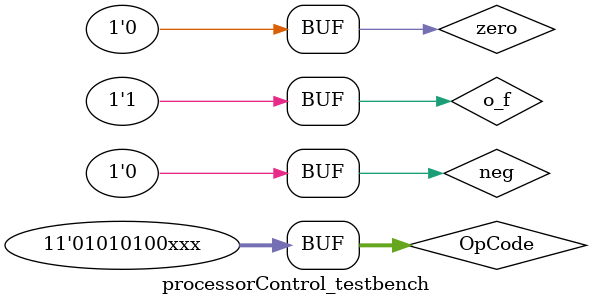
<source format=sv>

`timescale 1ns/10ps


module processorControl (OpCode, Reg2Loc, RegWrite, 
						ALUSrc, ALUOp, MemWrite, MemToReg, UncondBr, 
						BrTaken, DAddrImm, zero, neg, o_f, setFlag, 
						logicShift_LR, mul_signal, shiftDir);

	input logic zero, neg, o_f;
	input logic [10:0] OpCode;
	output logic [2:0] ALUOp;
	output logic Reg2Loc, RegWrite, ALUSrc, MemWrite, MemToReg,
					 UncondBr, BrTaken, DAddrImm, setFlag, logicShift_LR,
					 mul_signal, shiftDir;				 
	
	//localparams logic for each instruction.
	//Using an 11 bit logic since the max instruction
	//length is 11 bits, and assigning unused bits
	//to x's. 
	localparam logic [10:0]  ADDI    = 11'b1001000100x, 
									 ADDS    = 11'b10101011000,
									 B_IMM26 = 11'b000101xxxxx,
									 B_LT 	= 11'b01010100xxx,
									 CBZ	   = 11'b10110100xxx,
									 LDUR    = 11'b11111000010,
									 STUR    = 11'b11111000000,
									 SUBS    = 11'b11101011000,
									 LSL		= 11'b11010011011,
									 LSR		= 11'b11010011010,
									 MUL     = 11'b10011011000;
	
	//This always_comb block is to assign the outputs
	//for each instruction based on the OpCode being passed.
	always_comb begin
	  casex (OpCode)
		ADDI : begin
			Reg2Loc   = 1'bx;
			RegWrite  = 1'b1;
			ALUSrc    = 1'b1;
			MemWrite  = 1'b0;
			MemToReg  = 1'b0;
			UncondBr  = 1'bx;
			BrTaken	 = 1'b0;
			DAddrImm  = 1'b0;
			ALUOp     = 3'b010;
			setFlag   = 1'b0;
			logicShift_LR = 1'b0;
			mul_signal = 1'b0;
			shiftDir  = 1'bx;
		end

		B_IMM26 : begin
			Reg2Loc   = 1'bx;
			RegWrite  = 1'b0;
			ALUSrc    = 1'bx;
			MemWrite  = 1'b0;
			MemToReg  = 1'bx;
			UncondBr  = 1'b0; // changed based on upperInst
			BrTaken	 = 1'b1;
			DAddrImm  = 1'b0;
			ALUOp     = 3'bxxx; 
			setFlag   = 1'b0;
			logicShift_LR = 1'bx;
   		mul_signal = 1'bx;
			shiftDir  = 1'bx;
		end
	  
		CBZ : begin
			Reg2Loc   = 1'b0;
			RegWrite  = 1'b0;
			ALUSrc    = 1'b0;
			MemWrite  = 1'b0;
			MemToReg  = 1'bx;
			UncondBr  = 1'b1;
			BrTaken	 = zero;  //0
			DAddrImm  = 1'b0;
			ALUOp    = 3'b000; //B Bypass? OH the B control sig from lab 2
			setFlag   = 1'b0;  // changed dis
			logicShift_LR = 1'bx;
			mul_signal = 1'bx;
			shiftDir  = 1'bx;
		end

		LDUR : begin
			Reg2Loc   = 1'bx;
			RegWrite  = 1'b1;
			ALUSrc    = 1'b1;
			MemWrite  = 1'b0;
			MemToReg  = 1'b1;
			UncondBr  = 1'bx;
			BrTaken	 = 1'b0;
			DAddrImm  = 1'b1;
			ALUOp     = 3'b010; //ADD
			setFlag   = 1'b0;
			logicShift_LR = 1'b0;
			mul_signal = 1'b0;
			shiftDir  = 1'bx;
		end
	  
		STUR : begin
			Reg2Loc   = 1'b0;
			RegWrite  = 1'b0;
			ALUSrc    = 1'b1;
			MemWrite  = 1'b1;
			MemToReg  = 1'bx;
			UncondBr  = 1'bx;
			BrTaken	 = 1'b0;
			DAddrImm  = 1'b1;
			ALUOp     = 3'b010; //ADD
			setFlag   = 1'b0;
			logicShift_LR = 1'b0;
			mul_signal = 1'b0;
			shiftDir  = 1'bx;
		end
		
		SUBS : begin
			Reg2Loc   = 1'b1;
			RegWrite  = 1'b1;
			ALUSrc    = 1'b0;
			MemWrite  = 1'b0;
			MemToReg  = 1'b0;
			UncondBr  = 1'bx;
			BrTaken	 = 1'b0;
			DAddrImm  = 1'bx;
			ALUOp     = 3'b011; //SUB
			setFlag   = 1'b1;
			logicShift_LR = 1'b0;
			mul_signal = 1'b0;
			shiftDir  = 1'bx;
		end
		
		ADDS : begin
			Reg2Loc   = 1'b1;
			RegWrite  = 1'b1;
			ALUSrc    = 1'b0;
			MemWrite  = 1'b0;
			MemToReg  = 1'b0;
			UncondBr  = 1'bx;
			BrTaken	 = 1'b0;
			DAddrImm  = 1'bx;
			ALUOp     = 3'b010; //ADD
			setFlag   = 1'b1;
			logicShift_LR = 1'b0;
			mul_signal = 1'b0;
			shiftDir  = 1'bx;
		end
		
		B_LT : begin
			Reg2Loc   = 1'bx;
			RegWrite  = 1'b0;
			ALUSrc    = 1'bx;
			MemWrite  = 1'b0;
			MemToReg  = 1'bx;
			UncondBr  = 1'b1;
			BrTaken	 = (neg != o_f); 
			DAddrImm  = 1'bx;
			ALUOp     = 3'bxxx; //Don't care
			setFlag   = 1'b0;
			logicShift_LR = 1'bx;
			mul_signal = 1'bx;
			shiftDir  = 1'bx;
		end
	
		LSL : begin
			Reg2Loc   = 1'b1;
			RegWrite  = 1'b1;
			ALUSrc    = 1'b0;
			MemWrite  = 1'b0;
			MemToReg  = 1'b0;
			UncondBr  = 1'bx;
			BrTaken	 = 1'b0;
			DAddrImm  = 1'bx;
			ALUOp     = 3'b010; //ADD
			setFlag   = 1'b0;
			logicShift_LR = 1'b1;
			mul_signal = 1'b0;
			shiftDir  = 1'b0;
		end
		
		LSR : begin
			Reg2Loc   = 1'b1;
			RegWrite  = 1'b1;
			ALUSrc    = 1'b0;
			MemWrite  = 1'b0;
			MemToReg  = 1'b0;
			UncondBr  = 1'bx;
			BrTaken	 = 1'b0;
			DAddrImm  = 1'bx;
			ALUOp     = 3'b010; //ADD
			setFlag   = 1'b0;
			logicShift_LR = 1'b1;
			mul_signal = 1'b0;
			shiftDir  = 1'b1;
		end
		
		MUL : begin
			Reg2Loc   = 1'b1;
			RegWrite  = 1'b1;
			ALUSrc    = 1'bx;
			MemWrite  = 1'b0;
			MemToReg  = 1'b0;
			UncondBr  = 1'bx;
			BrTaken	 = 1'b0;
			DAddrImm  = 1'bx;
			ALUOp     = 3'bxxx;
			setFlag   = 1'b0;
			logicShift_LR = 1'b0;
			mul_signal = 1'b1;
			shiftDir  = 1'bx;
		end
		 
		default : begin
			Reg2Loc   = 1'bx;
			RegWrite  = 1'b0;
			ALUSrc    = 1'bx;
			MemWrite  = 1'b0;
			MemToReg  = 1'bx;
			UncondBr  = 1'bx;
			BrTaken	 = 1'b0;
			DAddrImm  = 1'bx;
			ALUOp     = 3'bxxx;
			setFlag   = 1'b0;
			logicShift_LR = 1'bx;
			mul_signal = 1'bx;
			shiftDir  = 1'bx;
		 end
	  endcase 
	end

endmodule

//processorControl_testbench tests for expected and unexpected behavior.
//This testbench tests each OpCode, and if the intrsution has an output
//that is depended on an input, then that instruction is tested multiple 
//times with the input values cahnging. 
module processorControl_testbench();
	logic zero;
	logic [10:0] OpCode;
	logic [2:0] ALUOp;
	logic Reg2Loc, RegWrite, ALUSrc, MemWrite, MemToReg, 
	      UncondBr, BrTaken, DAddrImm, neg, o_f, setFlag, 
			logicShift_LR, mul_signal, shiftDir;
		
		processorControl dut(.OpCode, .Reg2Loc, .RegWrite, 
						.ALUSrc, .ALUOp, .MemWrite, .MemToReg, .UncondBr, 
						.BrTaken, .zero, .DAddrImm, .neg, .o_f, .setFlag, 
						.logicShift_LR, .mul_signal, .shiftDir);
		
		initial begin
		   //B Test
			OpCode = 11'b000101xxxxx; zero = 1'b0; neg <= 1'b0; o_f <= 1'b0;	#10000;
			//LDUR Test
			OpCode = 11'b11111000010; zero = 1'b0; neg <= 1'b0; o_f <= 1'b0;	#10000;
			//STUR Test
			OpCode = 11'b11111000000; zero = 1'b0; neg <= 1'b0; o_f <= 1'b0;	#10000;
			//ADDS Test
			OpCode = 11'b10101011000; zero = 1'b0; neg <= 1'b0; o_f <= 1'b0;	#10000;
			//SUBS Test
			OpCode = 11'b11101011000; zero = 1'b0; neg <= 1'b0; o_f <= 1'b0;	#10000;
			//CBZ Test 1
			OpCode = 11'b10110100xxx; zero = 1'b0; neg <= 1'b0; o_f <= 1'b0;	#10000;
			//CBZ Test 2
			OpCode = 11'b10110100xxx; zero = 1'b1; neg <= 1'b0; o_f <= 1'b0;	#10000;
			//ADDI Test 
			OpCode = 11'b1001000100x; zero = 1'b0; neg <= 1'b0; o_f <= 1'b0;	#10000;
			//LSL Test 
			OpCode = 11'b11010011011; zero = 1'b0; neg <= 1'b0; o_f <= 1'b0;	#10000;
			//LSR Test 
			OpCode = 11'b11010011010; zero = 1'b0; neg <= 1'b0; o_f <= 1'b0;	#10000;
			//MUL Test 
			OpCode = 11'b10011011000; zero = 1'b0; neg <= 1'b0; o_f <= 1'b0;	#10000;
			//B_LT Test 1
			OpCode = 11'b01010100xxx; zero = 1'b0; neg <= 1'b0; o_f <= 1'b0;	#10000;
			//B_LT Test 2
			OpCode = 11'b01010100xxx; zero = 1'b0; neg <= 1'b1; o_f <= 1'b0;	#10000;
			//B_LT Test 3
			OpCode = 11'b01010100xxx; zero = 1'b0; neg <= 1'b0; o_f <= 1'b1;	#10000;
		end
endmodule

</source>
